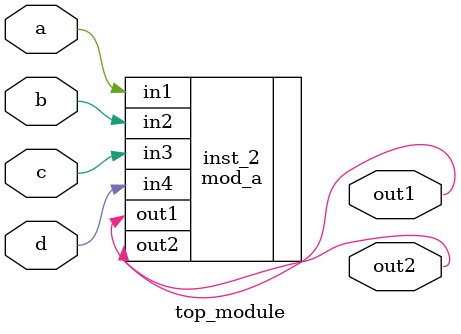
<source format=v>

/*This problem is similar to module. You are given a module named 
mod_a that has 2 outputs and 4 inputs, in some order. You must connect 
the 6 ports by name to your top-level module's ports:
Port in mod_a 	Port in top_module
output out1 	out1
output out2 	out2
input in1 	a
input in2 	b
input in3 	c
input in4 	d
*/ 

//solutions 
module top_module ( 
    input a, 
    input b, 
    input c,
    input d,
    output out1,
    output out2
);
    // mod_a (output out1, output out2, input in1, input in2, input in3, input in4); given module 
    mod_a inst_2(.out1(out1),.out2(out2),.in1(a),.in2(b),.in3(c),.in4(d)); //named port mapping 

endmodule

</source>
